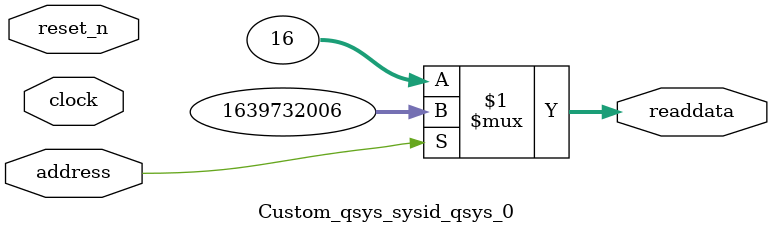
<source format=v>



// synthesis translate_off
`timescale 1ns / 1ps
// synthesis translate_on

// turn off superfluous verilog processor warnings 
// altera message_level Level1 
// altera message_off 10034 10035 10036 10037 10230 10240 10030 

module Custom_qsys_sysid_qsys_0 (
               // inputs:
                address,
                clock,
                reset_n,

               // outputs:
                readdata
             )
;

  output  [ 31: 0] readdata;
  input            address;
  input            clock;
  input            reset_n;

  wire    [ 31: 0] readdata;
  //control_slave, which is an e_avalon_slave
  assign readdata = address ? 1639732006 : 16;

endmodule



</source>
